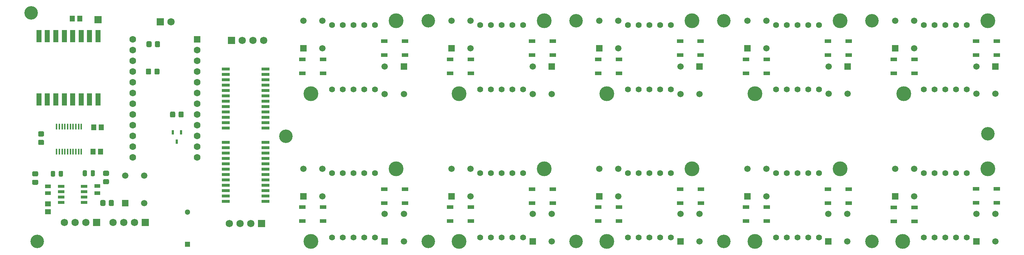
<source format=gts>
G04 #@! TF.GenerationSoftware,KiCad,Pcbnew,(5.1.10)-1*
G04 #@! TF.CreationDate,2022-05-26T00:57:47+10:00*
G04 #@! TF.ProjectId,UnlockManifolds,556e6c6f-636b-44d6-916e-69666f6c6473,rev?*
G04 #@! TF.SameCoordinates,Original*
G04 #@! TF.FileFunction,Soldermask,Top*
G04 #@! TF.FilePolarity,Negative*
%FSLAX46Y46*%
G04 Gerber Fmt 4.6, Leading zero omitted, Abs format (unit mm)*
G04 Created by KiCad (PCBNEW (5.1.10)-1) date 2022-05-26 00:57:47*
%MOMM*%
%LPD*%
G01*
G04 APERTURE LIST*
%ADD10R,1.450000X1.150000*%
%ADD11R,1.150000X1.450000*%
%ADD12R,1.390000X0.910000*%
%ADD13C,3.500000*%
%ADD14C,3.200000*%
%ADD15R,1.300000X3.000000*%
%ADD16C,1.414000*%
%ADD17C,1.500000*%
%ADD18R,1.500000X1.500000*%
%ADD19R,1.925000X0.650000*%
%ADD20R,1.550000X0.700000*%
%ADD21R,0.450000X1.475000*%
%ADD22C,1.725000*%
%ADD23R,1.725000X1.725000*%
%ADD24R,1.500000X0.900000*%
%ADD25C,1.300000*%
%ADD26R,1.300000X1.300000*%
%ADD27R,0.600000X1.050000*%
%ADD28C,1.600000*%
%ADD29R,1.600000X1.600000*%
G04 APERTURE END LIST*
D10*
X32766000Y-128916000D03*
X32766000Y-127116000D03*
D11*
X45223000Y-114681000D03*
X43423000Y-114681000D03*
X45350000Y-108966000D03*
X43550000Y-108966000D03*
X40270000Y-83185000D03*
X38470000Y-83185000D03*
D12*
X32766000Y-124581500D03*
X32766000Y-122941500D03*
X44450000Y-124518000D03*
X44450000Y-122878000D03*
D13*
X115160000Y-118760000D03*
X150160000Y-118760000D03*
X200000000Y-136000000D03*
X220160000Y-118760000D03*
X235000000Y-136000000D03*
X255160000Y-118760000D03*
X255160000Y-83760000D03*
X235267500Y-101000000D03*
X220160000Y-83760000D03*
X200000000Y-101000000D03*
X185160000Y-83760000D03*
X165000000Y-101000000D03*
X150160000Y-83760000D03*
X130000000Y-101000000D03*
X115160000Y-83760000D03*
X95000000Y-101000000D03*
X95000000Y-136000000D03*
X130000000Y-136000000D03*
X165000000Y-136000000D03*
X185160000Y-118760000D03*
D14*
X28765500Y-81851500D03*
X30226000Y-136000000D03*
X122700000Y-83760000D03*
X157700000Y-83760000D03*
X192700000Y-83760000D03*
X227700000Y-136000000D03*
X227700000Y-83760000D03*
X89027000Y-111061500D03*
X122700000Y-136000000D03*
X157700000Y-136000000D03*
X192700000Y-136000000D03*
X255160000Y-110500000D03*
D15*
X44592000Y-87369000D03*
X42592000Y-87369000D03*
X40592000Y-87369000D03*
X38592000Y-87369000D03*
X36592000Y-87369000D03*
X34592000Y-87369000D03*
X32592000Y-87369000D03*
X44592000Y-102369000D03*
X42592000Y-102369000D03*
X40592000Y-102369000D03*
X38592000Y-102369000D03*
X36592000Y-102369000D03*
X34592000Y-102369000D03*
X32592000Y-102369000D03*
X30592000Y-87369000D03*
X30592000Y-102369000D03*
D16*
X170000000Y-84760000D03*
X172540000Y-84760000D03*
X175080000Y-84760000D03*
X177620000Y-84760000D03*
X180160000Y-84760000D03*
X180160000Y-100000000D03*
X177620000Y-100000000D03*
X175080000Y-100000000D03*
X172540000Y-100000000D03*
X170000000Y-100000000D03*
X100000000Y-84760000D03*
X102540000Y-84760000D03*
X105080000Y-84760000D03*
X107620000Y-84760000D03*
X110160000Y-84760000D03*
X110160000Y-100000000D03*
X107620000Y-100000000D03*
X105080000Y-100000000D03*
X102540000Y-100000000D03*
X100000000Y-100000000D03*
X135000000Y-84760000D03*
X137540000Y-84760000D03*
X140080000Y-84760000D03*
X142620000Y-84760000D03*
X145160000Y-84760000D03*
X145160000Y-100000000D03*
X142620000Y-100000000D03*
X140080000Y-100000000D03*
X137540000Y-100000000D03*
X135000000Y-100000000D03*
X135000000Y-119760000D03*
X137540000Y-119760000D03*
X140080000Y-119760000D03*
X142620000Y-119760000D03*
X145160000Y-119760000D03*
X145160000Y-135000000D03*
X142620000Y-135000000D03*
X140080000Y-135000000D03*
X137540000Y-135000000D03*
X135000000Y-135000000D03*
X205000000Y-119760000D03*
X207540000Y-119760000D03*
X210080000Y-119760000D03*
X212620000Y-119760000D03*
X215160000Y-119760000D03*
X215160000Y-135000000D03*
X212620000Y-135000000D03*
X210080000Y-135000000D03*
X207540000Y-135000000D03*
X205000000Y-135000000D03*
D17*
X97718000Y-83771600D03*
X97718000Y-90271600D03*
X93218000Y-83771600D03*
D18*
X93218000Y-90271600D03*
D17*
X112441600Y-101064200D03*
X112441600Y-94564200D03*
X116941600Y-101064200D03*
D18*
X116941600Y-94564200D03*
D17*
X132719200Y-83771600D03*
X132719200Y-90271600D03*
X128219200Y-83771600D03*
D18*
X128219200Y-90271600D03*
D17*
X147442800Y-101064200D03*
X147442800Y-94564200D03*
X151942800Y-101064200D03*
D18*
X151942800Y-94564200D03*
D17*
X167720400Y-83771600D03*
X167720400Y-90271600D03*
X163220400Y-83771600D03*
D18*
X163220400Y-90271600D03*
D17*
X182418600Y-101064200D03*
X182418600Y-94564200D03*
X186918600Y-101064200D03*
D18*
X186918600Y-94564200D03*
D17*
X202721600Y-83771600D03*
X202721600Y-90271600D03*
X198221600Y-83771600D03*
D18*
X198221600Y-90271600D03*
D17*
X217445200Y-101038800D03*
X217445200Y-94538800D03*
X221945200Y-101038800D03*
D18*
X221945200Y-94538800D03*
D17*
X237722800Y-83771600D03*
X237722800Y-90271600D03*
X233222800Y-83771600D03*
D18*
X233222800Y-90271600D03*
D17*
X252421000Y-101038800D03*
X252421000Y-94538800D03*
X256921000Y-101038800D03*
D18*
X256921000Y-94538800D03*
D17*
X97718000Y-118772800D03*
X97718000Y-125272800D03*
X93218000Y-118772800D03*
D18*
X93218000Y-125272800D03*
D17*
X116945800Y-129466200D03*
X116945800Y-135966200D03*
X112445800Y-129466200D03*
D18*
X112445800Y-135966200D03*
D17*
X132719200Y-118772800D03*
X132719200Y-125272800D03*
X128219200Y-118772800D03*
D18*
X128219200Y-125272800D03*
D17*
X151947000Y-129466200D03*
X151947000Y-135966200D03*
X147447000Y-129466200D03*
D18*
X147447000Y-135966200D03*
D17*
X167720400Y-118772800D03*
X167720400Y-125272800D03*
X163220400Y-118772800D03*
D18*
X163220400Y-125272800D03*
D17*
X186948200Y-129466200D03*
X186948200Y-135966200D03*
X182448200Y-129466200D03*
D18*
X182448200Y-135966200D03*
D17*
X202721600Y-118772800D03*
X202721600Y-125272800D03*
X198221600Y-118772800D03*
D18*
X198221600Y-125272800D03*
D17*
X221924000Y-129466200D03*
X221924000Y-135966200D03*
X217424000Y-129466200D03*
D18*
X217424000Y-135966200D03*
D17*
X237722800Y-118798200D03*
X237722800Y-125298200D03*
X233222800Y-118798200D03*
D18*
X233222800Y-125298200D03*
D17*
X256925200Y-129466200D03*
X256925200Y-135966200D03*
X252425200Y-129466200D03*
D18*
X252425200Y-135966200D03*
D16*
X205000000Y-84760000D03*
X207540000Y-84760000D03*
X210080000Y-84760000D03*
X212620000Y-84760000D03*
X215160000Y-84760000D03*
X215160000Y-100000000D03*
X212620000Y-100000000D03*
X210080000Y-100000000D03*
X207540000Y-100000000D03*
X205000000Y-100000000D03*
X240000000Y-84760000D03*
X242540000Y-84760000D03*
X245080000Y-84760000D03*
X247620000Y-84760000D03*
X250160000Y-84760000D03*
X250160000Y-100000000D03*
X247620000Y-100000000D03*
X245080000Y-100000000D03*
X242540000Y-100000000D03*
X240000000Y-100000000D03*
X100000000Y-119760000D03*
X102540000Y-119760000D03*
X105080000Y-119760000D03*
X107620000Y-119760000D03*
X110160000Y-119760000D03*
X110160000Y-135000000D03*
X107620000Y-135000000D03*
X105080000Y-135000000D03*
X102540000Y-135000000D03*
X100000000Y-135000000D03*
X170000000Y-119760000D03*
X172540000Y-119760000D03*
X175080000Y-119760000D03*
X177620000Y-119760000D03*
X180160000Y-119760000D03*
X180160000Y-135000000D03*
X177620000Y-135000000D03*
X175080000Y-135000000D03*
X172540000Y-135000000D03*
X170000000Y-135000000D03*
X240000000Y-119760000D03*
X242540000Y-119760000D03*
X245080000Y-119760000D03*
X247620000Y-119760000D03*
X250160000Y-119760000D03*
X250160000Y-135000000D03*
X247620000Y-135000000D03*
X245080000Y-135000000D03*
X242540000Y-135000000D03*
X240000000Y-135000000D03*
D19*
X84214000Y-95186500D03*
X84214000Y-96456500D03*
X84214000Y-97726500D03*
X84214000Y-98996500D03*
X84214000Y-100266500D03*
X84214000Y-101536500D03*
X84214000Y-102806500D03*
X84214000Y-104076500D03*
X84214000Y-105346500D03*
X84214000Y-106616500D03*
X84214000Y-107886500D03*
X84214000Y-109156500D03*
X74790000Y-109156500D03*
X74790000Y-107886500D03*
X74790000Y-106616500D03*
X74790000Y-105346500D03*
X74790000Y-104076500D03*
X74790000Y-102806500D03*
X74790000Y-101536500D03*
X74790000Y-100266500D03*
X74790000Y-98996500D03*
X74790000Y-97726500D03*
X74790000Y-96456500D03*
X74790000Y-95186500D03*
X84214000Y-112522000D03*
X84214000Y-113792000D03*
X84214000Y-115062000D03*
X84214000Y-116332000D03*
X84214000Y-117602000D03*
X84214000Y-118872000D03*
X84214000Y-120142000D03*
X84214000Y-121412000D03*
X84214000Y-122682000D03*
X84214000Y-123952000D03*
X84214000Y-125222000D03*
X84214000Y-126492000D03*
X74790000Y-126492000D03*
X74790000Y-125222000D03*
X74790000Y-123952000D03*
X74790000Y-122682000D03*
X74790000Y-121412000D03*
X74790000Y-120142000D03*
X74790000Y-118872000D03*
X74790000Y-117602000D03*
X74790000Y-116332000D03*
X74790000Y-115062000D03*
X74790000Y-113792000D03*
X74790000Y-112522000D03*
D20*
X41308000Y-122936000D03*
X41308000Y-124206000D03*
X41308000Y-125476000D03*
X41308000Y-126746000D03*
X35908000Y-126746000D03*
X35908000Y-125476000D03*
X35908000Y-124206000D03*
X35908000Y-122936000D03*
D21*
X40644000Y-114698000D03*
X39994000Y-114698000D03*
X39344000Y-114698000D03*
X38694000Y-114698000D03*
X38044000Y-114698000D03*
X37394000Y-114698000D03*
X36744000Y-114698000D03*
X36094000Y-114698000D03*
X35444000Y-114698000D03*
X34794000Y-114698000D03*
X34794000Y-108822000D03*
X35444000Y-108822000D03*
X36094000Y-108822000D03*
X36744000Y-108822000D03*
X37394000Y-108822000D03*
X38044000Y-108822000D03*
X38694000Y-108822000D03*
X39344000Y-108822000D03*
X39994000Y-108822000D03*
X40644000Y-108822000D03*
D22*
X48133000Y-131445000D03*
X50673000Y-131445000D03*
X53213000Y-131445000D03*
D23*
X55753000Y-131445000D03*
D22*
X75692000Y-131699000D03*
X78232000Y-131699000D03*
X80772000Y-131699000D03*
D23*
X83312000Y-131699000D03*
D22*
X83820000Y-88392000D03*
X81280000Y-88392000D03*
X78740000Y-88392000D03*
D23*
X76200000Y-88392000D03*
D22*
X61849000Y-83947000D03*
D23*
X59309000Y-83947000D03*
X44577000Y-83439000D03*
D24*
X92927000Y-96163400D03*
X92927000Y-92863400D03*
X97827000Y-92863400D03*
X97827000Y-96163400D03*
X112332600Y-91870800D03*
X112332600Y-88570800D03*
X117232600Y-88570800D03*
X117232600Y-91870800D03*
X127928200Y-96163400D03*
X127928200Y-92863400D03*
X132828200Y-92863400D03*
X132828200Y-96163400D03*
X147333800Y-91870800D03*
X147333800Y-88570800D03*
X152233800Y-88570800D03*
X152233800Y-91870800D03*
X162929400Y-96163400D03*
X162929400Y-92863400D03*
X167829400Y-92863400D03*
X167829400Y-96163400D03*
X182309600Y-91870800D03*
X182309600Y-88570800D03*
X187209600Y-88570800D03*
X187209600Y-91870800D03*
X197956000Y-96138000D03*
X197956000Y-92838000D03*
X202856000Y-92838000D03*
X202856000Y-96138000D03*
X217336200Y-91870800D03*
X217336200Y-88570800D03*
X222236200Y-88570800D03*
X222236200Y-91870800D03*
X232931800Y-96138000D03*
X232931800Y-92838000D03*
X237831800Y-92838000D03*
X237831800Y-96138000D03*
X252337400Y-91870800D03*
X252337400Y-88570800D03*
X257237400Y-88570800D03*
X257237400Y-91870800D03*
X257237400Y-123546600D03*
X257237400Y-126846600D03*
X252337400Y-126846600D03*
X252337400Y-123546600D03*
X237831800Y-127915400D03*
X237831800Y-131215400D03*
X232931800Y-131215400D03*
X232931800Y-127915400D03*
X222210800Y-123572000D03*
X222210800Y-126872000D03*
X217310800Y-126872000D03*
X217310800Y-123572000D03*
X202830600Y-127864600D03*
X202830600Y-131164600D03*
X197930600Y-131164600D03*
X197930600Y-127864600D03*
X187235000Y-123572000D03*
X187235000Y-126872000D03*
X182335000Y-126872000D03*
X182335000Y-123572000D03*
X167829400Y-127864600D03*
X167829400Y-131164600D03*
X162929400Y-131164600D03*
X162929400Y-127864600D03*
X152208400Y-123572000D03*
X152208400Y-126872000D03*
X147308400Y-126872000D03*
X147308400Y-123572000D03*
X132828200Y-127864600D03*
X132828200Y-131164600D03*
X127928200Y-131164600D03*
X127928200Y-127864600D03*
X117207200Y-123572000D03*
X117207200Y-126872000D03*
X112307200Y-126872000D03*
X112307200Y-123572000D03*
X97852400Y-127839200D03*
X97852400Y-131139200D03*
X92952400Y-131139200D03*
X92952400Y-127839200D03*
D25*
X65786000Y-129052000D03*
D26*
X65786000Y-136652000D03*
D27*
X63246000Y-112352000D03*
X62296000Y-110152000D03*
X64196000Y-110152000D03*
G36*
G01*
X47136000Y-127323001D02*
X47136000Y-126422999D01*
G75*
G02*
X47385999Y-126173000I249999J0D01*
G01*
X48086001Y-126173000D01*
G75*
G02*
X48336000Y-126422999I0J-249999D01*
G01*
X48336000Y-127323001D01*
G75*
G02*
X48086001Y-127573000I-249999J0D01*
G01*
X47385999Y-127573000D01*
G75*
G02*
X47136000Y-127323001I0J249999D01*
G01*
G37*
G36*
G01*
X45136000Y-127323001D02*
X45136000Y-126422999D01*
G75*
G02*
X45385999Y-126173000I249999J0D01*
G01*
X46086001Y-126173000D01*
G75*
G02*
X46336000Y-126422999I0J-249999D01*
G01*
X46336000Y-127323001D01*
G75*
G02*
X46086001Y-127573000I-249999J0D01*
G01*
X45385999Y-127573000D01*
G75*
G02*
X45136000Y-127323001I0J249999D01*
G01*
G37*
G36*
G01*
X57131000Y-95307999D02*
X57131000Y-96208001D01*
G75*
G02*
X56881001Y-96458000I-249999J0D01*
G01*
X56180999Y-96458000D01*
G75*
G02*
X55931000Y-96208001I0J249999D01*
G01*
X55931000Y-95307999D01*
G75*
G02*
X56180999Y-95058000I249999J0D01*
G01*
X56881001Y-95058000D01*
G75*
G02*
X57131000Y-95307999I0J-249999D01*
G01*
G37*
G36*
G01*
X59131000Y-95307999D02*
X59131000Y-96208001D01*
G75*
G02*
X58881001Y-96458000I-249999J0D01*
G01*
X58180999Y-96458000D01*
G75*
G02*
X57931000Y-96208001I0J249999D01*
G01*
X57931000Y-95307999D01*
G75*
G02*
X58180999Y-95058000I249999J0D01*
G01*
X58881001Y-95058000D01*
G75*
G02*
X59131000Y-95307999I0J-249999D01*
G01*
G37*
G36*
G01*
X30664999Y-111922000D02*
X31565001Y-111922000D01*
G75*
G02*
X31815000Y-112171999I0J-249999D01*
G01*
X31815000Y-112872001D01*
G75*
G02*
X31565001Y-113122000I-249999J0D01*
G01*
X30664999Y-113122000D01*
G75*
G02*
X30415000Y-112872001I0J249999D01*
G01*
X30415000Y-112171999D01*
G75*
G02*
X30664999Y-111922000I249999J0D01*
G01*
G37*
G36*
G01*
X30664999Y-109922000D02*
X31565001Y-109922000D01*
G75*
G02*
X31815000Y-110171999I0J-249999D01*
G01*
X31815000Y-110872001D01*
G75*
G02*
X31565001Y-111122000I-249999J0D01*
G01*
X30664999Y-111122000D01*
G75*
G02*
X30415000Y-110872001I0J249999D01*
G01*
X30415000Y-110171999D01*
G75*
G02*
X30664999Y-109922000I249999J0D01*
G01*
G37*
G36*
G01*
X63646000Y-106368001D02*
X63646000Y-105467999D01*
G75*
G02*
X63895999Y-105218000I249999J0D01*
G01*
X64596001Y-105218000D01*
G75*
G02*
X64846000Y-105467999I0J-249999D01*
G01*
X64846000Y-106368001D01*
G75*
G02*
X64596001Y-106618000I-249999J0D01*
G01*
X63895999Y-106618000D01*
G75*
G02*
X63646000Y-106368001I0J249999D01*
G01*
G37*
G36*
G01*
X61646000Y-106368001D02*
X61646000Y-105467999D01*
G75*
G02*
X61895999Y-105218000I249999J0D01*
G01*
X62596001Y-105218000D01*
G75*
G02*
X62846000Y-105467999I0J-249999D01*
G01*
X62846000Y-106368001D01*
G75*
G02*
X62596001Y-106618000I-249999J0D01*
G01*
X61895999Y-106618000D01*
G75*
G02*
X61646000Y-106368001I0J249999D01*
G01*
G37*
G36*
G01*
X57258000Y-88830999D02*
X57258000Y-89731001D01*
G75*
G02*
X57008001Y-89981000I-249999J0D01*
G01*
X56307999Y-89981000D01*
G75*
G02*
X56058000Y-89731001I0J249999D01*
G01*
X56058000Y-88830999D01*
G75*
G02*
X56307999Y-88581000I249999J0D01*
G01*
X57008001Y-88581000D01*
G75*
G02*
X57258000Y-88830999I0J-249999D01*
G01*
G37*
G36*
G01*
X59258000Y-88830999D02*
X59258000Y-89731001D01*
G75*
G02*
X59008001Y-89981000I-249999J0D01*
G01*
X58307999Y-89981000D01*
G75*
G02*
X58058000Y-89731001I0J249999D01*
G01*
X58058000Y-88830999D01*
G75*
G02*
X58307999Y-88581000I249999J0D01*
G01*
X59008001Y-88581000D01*
G75*
G02*
X59258000Y-88830999I0J-249999D01*
G01*
G37*
D17*
X55554000Y-120373000D03*
X55554000Y-126873000D03*
X51054000Y-120373000D03*
D18*
X51054000Y-126873000D03*
D28*
X52832000Y-88138000D03*
X52832000Y-90678000D03*
X52832000Y-93218000D03*
X52832000Y-95758000D03*
X52832000Y-98298000D03*
X52832000Y-100838000D03*
X52832000Y-103378000D03*
X52832000Y-105918000D03*
X52832000Y-108458000D03*
X52832000Y-110998000D03*
X52832000Y-113538000D03*
X52832000Y-116078000D03*
X68072000Y-116078000D03*
X68072000Y-113538000D03*
X68072000Y-110998000D03*
X68072000Y-108458000D03*
X68072000Y-105918000D03*
X68072000Y-103378000D03*
X68072000Y-100838000D03*
X68072000Y-98298000D03*
X68072000Y-95758000D03*
X68072000Y-93218000D03*
X68072000Y-90678000D03*
D29*
X68072000Y-88138000D03*
G36*
G01*
X30168001Y-120567500D02*
X29267999Y-120567500D01*
G75*
G02*
X29018000Y-120317501I0J249999D01*
G01*
X29018000Y-119617499D01*
G75*
G02*
X29267999Y-119367500I249999J0D01*
G01*
X30168001Y-119367500D01*
G75*
G02*
X30418000Y-119617499I0J-249999D01*
G01*
X30418000Y-120317501D01*
G75*
G02*
X30168001Y-120567500I-249999J0D01*
G01*
G37*
G36*
G01*
X30168001Y-122567500D02*
X29267999Y-122567500D01*
G75*
G02*
X29018000Y-122317501I0J249999D01*
G01*
X29018000Y-121617499D01*
G75*
G02*
X29267999Y-121367500I249999J0D01*
G01*
X30168001Y-121367500D01*
G75*
G02*
X30418000Y-121617499I0J-249999D01*
G01*
X30418000Y-122317501D01*
G75*
G02*
X30168001Y-122567500I-249999J0D01*
G01*
G37*
G36*
G01*
X46932001Y-122440500D02*
X46031999Y-122440500D01*
G75*
G02*
X45782000Y-122190501I0J249999D01*
G01*
X45782000Y-121490499D01*
G75*
G02*
X46031999Y-121240500I249999J0D01*
G01*
X46932001Y-121240500D01*
G75*
G02*
X47182000Y-121490499I0J-249999D01*
G01*
X47182000Y-122190501D01*
G75*
G02*
X46932001Y-122440500I-249999J0D01*
G01*
G37*
G36*
G01*
X46932001Y-120440500D02*
X46031999Y-120440500D01*
G75*
G02*
X45782000Y-120190501I0J249999D01*
G01*
X45782000Y-119490499D01*
G75*
G02*
X46031999Y-119240500I249999J0D01*
G01*
X46932001Y-119240500D01*
G75*
G02*
X47182000Y-119490499I0J-249999D01*
G01*
X47182000Y-120190501D01*
G75*
G02*
X46932001Y-120440500I-249999J0D01*
G01*
G37*
G36*
G01*
X36286500Y-119495250D02*
X36286500Y-120407750D01*
G75*
G02*
X36042750Y-120651500I-243750J0D01*
G01*
X35555250Y-120651500D01*
G75*
G02*
X35311500Y-120407750I0J243750D01*
G01*
X35311500Y-119495250D01*
G75*
G02*
X35555250Y-119251500I243750J0D01*
G01*
X36042750Y-119251500D01*
G75*
G02*
X36286500Y-119495250I0J-243750D01*
G01*
G37*
G36*
G01*
X34411500Y-119495250D02*
X34411500Y-120407750D01*
G75*
G02*
X34167750Y-120651500I-243750J0D01*
G01*
X33680250Y-120651500D01*
G75*
G02*
X33436500Y-120407750I0J243750D01*
G01*
X33436500Y-119495250D01*
G75*
G02*
X33680250Y-119251500I243750J0D01*
G01*
X34167750Y-119251500D01*
G75*
G02*
X34411500Y-119495250I0J-243750D01*
G01*
G37*
G36*
G01*
X42868000Y-120280750D02*
X42868000Y-119368250D01*
G75*
G02*
X43111750Y-119124500I243750J0D01*
G01*
X43599250Y-119124500D01*
G75*
G02*
X43843000Y-119368250I0J-243750D01*
G01*
X43843000Y-120280750D01*
G75*
G02*
X43599250Y-120524500I-243750J0D01*
G01*
X43111750Y-120524500D01*
G75*
G02*
X42868000Y-120280750I0J243750D01*
G01*
G37*
G36*
G01*
X40993000Y-120280750D02*
X40993000Y-119368250D01*
G75*
G02*
X41236750Y-119124500I243750J0D01*
G01*
X41724250Y-119124500D01*
G75*
G02*
X41968000Y-119368250I0J-243750D01*
G01*
X41968000Y-120280750D01*
G75*
G02*
X41724250Y-120524500I-243750J0D01*
G01*
X41236750Y-120524500D01*
G75*
G02*
X40993000Y-120280750I0J243750D01*
G01*
G37*
D23*
X44259500Y-131445000D03*
D22*
X41719500Y-131445000D03*
X39179500Y-131445000D03*
X36639500Y-131445000D03*
M02*

</source>
